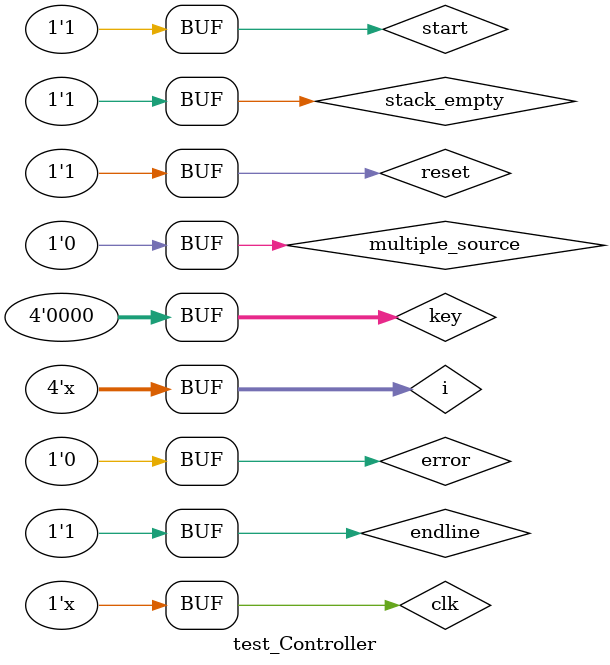
<source format=v>
module test_Controller();
  parameter size_state = 4;
  parameter size_key = 4;
  
  reg clk, reset, start,error, multiple_source, endline, stack_empty;
  reg [size_state-1:0] i;
  reg [size_key-1:0] key;
  wire [size_state-1:0] state;
  wire increment_enable_Words_control, increment_enable_Transition_control, increment_enable_Emission_control, 
         S_key_0, S_key_1, S_POS_HMM_0, S_POS_HMM_1, S_POS_HMM_2, RW_Key_reg, decrement_enable,
         S_posibility_0, S_posibility_1, RW_HMM_matrix, change_enable, choose_output, 
         RW_Pre_addr_encode, RW_Pre_Posibility, 
         RW_Max_posibility, RW_Stack_POS, reset_Stack_POS;
         
  
  initial begin
    clk = 0;
    reset = 0;
    start = 0;
    i = 0;
    multiple_source = 0;
    endline = 0;
    key = 0;
    stack_empty = 1;
    error = 0;
    
  end
  
  always begin
    #130 multiple_source = 1;
    #10 multiple_source = multiple_source & 0;
  end
  
  always begin    
    #100 error = ~error;
    #10 error = error & 0;
  end
  always begin 
    #140 endline = 1;
  end
  
  always begin
    #5 clk = ~clk;
  end
  
  always begin 
    #10 reset = 1;
  end
  
  always begin
    #15 start = 1;
    #10 start = start | 1;
  end
  
  always begin
    #10 i = i + 1;
  end
  
  Controller c1 (.clk(clk), .reset(reset), .start(start), .error(error), .i(i), .multiple_source(multiple_source), .endline(endline), .key(key), .stack_empty(stack_empty),
                  .state(state), .increment_enable_Words_control(increment_enable_Words_control), 
                  .increment_enable_Transition_control(increment_enable_Transition_control),
                  .increment_enable_Emission_control(increment_enable_Emission_control), 
                  .RW_Key_reg, .decrement_enable,
                  .S_key_0(S_key_0), .S_key_1(S_key_1), 
                  .S_POS_HMM_0(S_POS_HMM_0), .S_POS_HMM_1(S_POS_HMM_1), .S_POS_HMM_2(S_POS_HMM_2), 
                  .S_posibility_0(S_posibility_0), .S_posibility_1(S_posibility_1), 
                  .RW_HMM_matrix(RW_HMM_matrix), .change_enable(change_enable), .choose_output(choose_output), 
                  .RW_Pre_addr_encode(RW_Pre_addr_encode), .RW_Pre_Posibility(RW_Pre_Posibility), 
                  .RW_Max_posibility(RW_Max_posibility), .RW_Stack_POS(RW_Stack_POS), .reset_Stack_POS(reset_Stack_POS));
endmodule 

</source>
